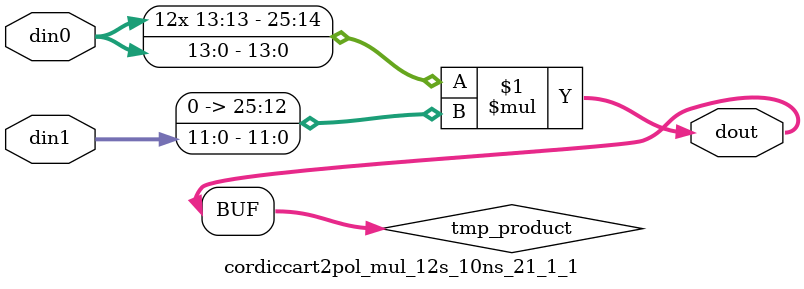
<source format=v>

`timescale 1 ns / 1 ps

 module cordiccart2pol_mul_12s_10ns_21_1_1(din0, din1, dout);
parameter ID = 1;
parameter NUM_STAGE = 0;
parameter din0_WIDTH = 14;
parameter din1_WIDTH = 12;
parameter dout_WIDTH = 26;

input [din0_WIDTH - 1 : 0] din0; 
input [din1_WIDTH - 1 : 0] din1; 
output [dout_WIDTH - 1 : 0] dout;

wire signed [dout_WIDTH - 1 : 0] tmp_product;


























assign tmp_product = $signed(din0) * $signed({1'b0, din1});









assign dout = tmp_product;





















endmodule

</source>
